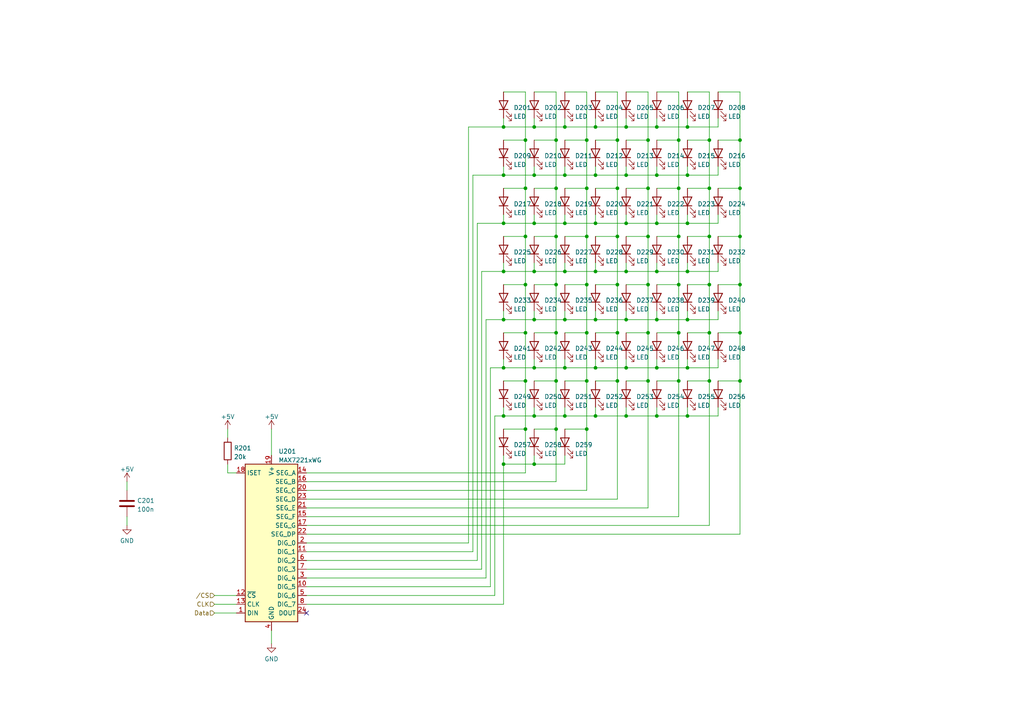
<source format=kicad_sch>
(kicad_sch (version 20211123) (generator eeschema)
  (paper "A4")
  (lib_symbols
    (symbol "Device:C" (pin_numbers hide) (pin_names (offset 0.254))
      (property "Reference" "C" (at 0.635 2.54 0))
      (property "Value" "C" (at 0.635 -2.54 0))
      (symbol "C_0_1"
        (polyline (pts (xy -2.032 -0.762) (xy 2.032 -0.762)) (stroke (width 0.508)))
        (polyline (pts (xy -2.032 0.762) (xy 2.032 0.762)) (stroke (width 0.508)))
      )
      (symbol "C_1_1"
        (pin passive line (at 0 3.81 270) (length 2.794) (name "~") (number "1"))
        (pin passive line (at 0 -3.81 90) (length 2.794) (name "~") (number "2"))
      )
    )
    (symbol "Device:LED" (pin_numbers hide) (pin_names (offset 1.016) hide)
      (property "Reference" "D" (at 0 2.54 0))
      (property "Value" "LED" (at 0 -2.54 0))
      (symbol "LED_0_1"
        (polyline (pts (xy -1.27 -1.27) (xy -1.27 1.27)) (stroke (width 0.254)))
        (polyline (pts (xy -1.27 0) (xy 1.27 0)))
        (polyline (pts (xy 1.27 -1.27) (xy 1.27 1.27) (xy -1.27 0) (xy 1.27 -1.27)) (stroke (width 0.254)))
        (polyline (pts (xy -3.048 -0.762) (xy -4.572 -2.286) (xy -3.81 -2.286) (xy -4.572 -2.286) (xy -4.572 -1.524)))
        (polyline (pts (xy -1.778 -0.762) (xy -3.302 -2.286) (xy -2.54 -2.286) (xy -3.302 -2.286) (xy -3.302 -1.524)))
      )
      (symbol "LED_1_1"
        (pin passive line (at -3.81 0 0) (length 2.54) (name "K") (number "1"))
        (pin passive line (at 3.81 0 180) (length 2.54) (name "A") (number "2"))
      )
    )
    (symbol "Device:R" (pin_numbers hide) (pin_names (offset 0))
      (property "Reference" "R" (at 2.032 0 90))
      (property "Value" "R" (at 0 0 90))
      (symbol "R_0_1"
        (rectangle (start -1.016 -2.54) (end 1.016 2.54) (stroke (width 0.254)))
      )
      (symbol "R_1_1"
        (pin passive line (at 0 3.81 270) (length 1.27) (name "~") (number "1"))
        (pin passive line (at 0 -3.81 90) (length 1.27) (name "~") (number "2"))
      )
    )
    (symbol "Driver_LED:MAX7221xWG"
      (property "Reference" "U" (at -6.35 24.13 0))
      (property "Value" "MAX7221xWG" (at 1.27 25.4 0))
      (symbol "MAX7221xWG_0_1"
        (rectangle (start -7.62 22.86) (end 7.62 -22.86) (stroke (width 0.254)) (fill (type background)))
      )
      (symbol "MAX7221xWG_1_1"
        (pin input line (at -10.16 -20.32 0) (length 2.54) (name "DIN") (number "1"))
        (pin open_collector line (at 10.16 -12.7 180) (length 2.54) (name "DIG_5") (number "10"))
        (pin open_collector line (at 10.16 -2.54 180) (length 2.54) (name "DIG_1") (number "11"))
        (pin input line (at -10.16 -15.24 0) (length 2.54) (name "~{CS}") (number "12"))
        (pin input line (at -10.16 -17.78 0) (length 2.54) (name "CLK") (number "13"))
        (pin open_emitter line (at 10.16 20.32 180) (length 2.54) (name "SEG_A") (number "14"))
        (pin open_emitter line (at 10.16 7.62 180) (length 2.54) (name "SEG_F") (number "15"))
        (pin open_emitter line (at 10.16 17.78 180) (length 2.54) (name "SEG_B") (number "16"))
        (pin open_emitter line (at 10.16 5.08 180) (length 2.54) (name "SEG_G") (number "17"))
        (pin input line (at -10.16 20.32 0) (length 2.54) (name "ISET") (number "18"))
        (pin power_in line (at 0 25.4 270) (length 2.54) (name "V+") (number "19"))
        (pin open_collector line (at 10.16 0 180) (length 2.54) (name "DIG_0") (number "2"))
        (pin open_emitter line (at 10.16 15.24 180) (length 2.54) (name "SEG_C") (number "20"))
        (pin open_emitter line (at 10.16 10.16 180) (length 2.54) (name "SEG_E") (number "21"))
        (pin open_emitter line (at 10.16 2.54 180) (length 2.54) (name "SEG_DP") (number "22"))
        (pin open_emitter line (at 10.16 12.7 180) (length 2.54) (name "SEG_D") (number "23"))
        (pin output line (at 10.16 -20.32 180) (length 2.54) (name "DOUT") (number "24"))
        (pin open_collector line (at 10.16 -10.16 180) (length 2.54) (name "DIG_4") (number "3"))
        (pin power_in line (at 0 -25.4 90) (length 2.54) (name "GND") (number "4"))
        (pin open_collector line (at 10.16 -15.24 180) (length 2.54) (name "DIG_6") (number "5"))
        (pin open_collector line (at 10.16 -5.08 180) (length 2.54) (name "DIG_2") (number "6"))
        (pin open_collector line (at 10.16 -7.62 180) (length 2.54) (name "DIG_3") (number "7"))
        (pin open_collector line (at 10.16 -17.78 180) (length 2.54) (name "DIG_7") (number "8"))
        (pin passive line (at 0 -25.4 90) (length 2.54) hide (name "GND") (number "9"))
      )
    )
    (symbol "power:+5V" (power) (pin_names (offset 0))
      (property "Value" "+5V" (at 0 3.556 0))
      (symbol "+5V_0_1"
        (polyline (pts (xy -0.762 1.27) (xy 0 2.54)))
        (polyline (pts (xy 0 0) (xy 0 2.54)))
        (polyline (pts (xy 0 2.54) (xy 0.762 1.27)))
      )
      (symbol "+5V_1_1"
        (pin power_in line (at 0 0 90) (length 0) hide (name "+5V") (number "1"))
      )
    )
    (symbol "power:GND" (power) (pin_names (offset 0))
      (property "Value" "GND" (at 0 -3.81 0))
      (symbol "GND_0_1"
        (polyline (pts (xy 0 0) (xy 0 -1.27) (xy 1.27 -1.27) (xy 0 -2.54) (xy -1.27 -1.27) (xy 0 -1.27)))
      )
      (symbol "GND_1_1"
        (pin power_in line (at 0 0 270) (length 0) hide (name "GND") (number "1"))
      )
    )
  )
  (junction (at 214.63 54.61))
  (junction (at 205.74 68.58))
  (junction (at 172.72 36.83))
  (junction (at 199.39 36.83))
  (junction (at 154.94 64.77))
  (junction (at 199.39 78.74))
  (junction (at 170.18 40.64))
  (junction (at 170.18 110.49))
  (junction (at 154.94 92.71))
  (junction (at 179.07 40.64))
  (junction (at 163.83 106.68))
  (junction (at 179.07 96.52))
  (junction (at 205.74 96.52))
  (junction (at 190.5 36.83))
  (junction (at 214.63 110.49))
  (junction (at 146.05 120.65))
  (junction (at 152.4 40.64))
  (junction (at 161.29 68.58))
  (junction (at 161.29 110.49))
  (junction (at 187.96 110.49))
  (junction (at 187.96 54.61))
  (junction (at 170.18 68.58))
  (junction (at 154.94 134.62))
  (junction (at 161.29 54.61))
  (junction (at 154.94 36.83))
  (junction (at 163.83 36.83))
  (junction (at 152.4 68.58))
  (junction (at 146.05 134.62))
  (junction (at 146.05 64.77))
  (junction (at 163.83 120.65))
  (junction (at 163.83 78.74))
  (junction (at 214.63 96.52))
  (junction (at 196.85 54.61))
  (junction (at 163.83 50.8))
  (junction (at 199.39 64.77))
  (junction (at 199.39 106.68))
  (junction (at 152.4 96.52))
  (junction (at 154.94 106.68))
  (junction (at 154.94 120.65))
  (junction (at 187.96 82.55))
  (junction (at 146.05 106.68))
  (junction (at 190.5 106.68))
  (junction (at 190.5 50.8))
  (junction (at 196.85 96.52))
  (junction (at 199.39 92.71))
  (junction (at 163.83 64.77))
  (junction (at 161.29 96.52))
  (junction (at 170.18 124.46))
  (junction (at 190.5 64.77))
  (junction (at 214.63 40.64))
  (junction (at 190.5 92.71))
  (junction (at 187.96 96.52))
  (junction (at 196.85 82.55))
  (junction (at 172.72 92.71))
  (junction (at 161.29 82.55))
  (junction (at 146.05 36.83))
  (junction (at 181.61 36.83))
  (junction (at 190.5 78.74))
  (junction (at 181.61 64.77))
  (junction (at 205.74 82.55))
  (junction (at 214.63 68.58))
  (junction (at 181.61 120.65))
  (junction (at 187.96 68.58))
  (junction (at 179.07 54.61))
  (junction (at 172.72 106.68))
  (junction (at 161.29 124.46))
  (junction (at 179.07 82.55))
  (junction (at 199.39 120.65))
  (junction (at 154.94 78.74))
  (junction (at 154.94 50.8))
  (junction (at 170.18 54.61))
  (junction (at 172.72 120.65))
  (junction (at 179.07 68.58))
  (junction (at 181.61 106.68))
  (junction (at 187.96 40.64))
  (junction (at 179.07 110.49))
  (junction (at 196.85 68.58))
  (junction (at 214.63 82.55))
  (junction (at 170.18 82.55))
  (junction (at 205.74 54.61))
  (junction (at 146.05 92.71))
  (junction (at 190.5 120.65))
  (junction (at 170.18 96.52))
  (junction (at 172.72 64.77))
  (junction (at 205.74 110.49))
  (junction (at 152.4 82.55))
  (junction (at 199.39 50.8))
  (junction (at 163.83 92.71))
  (junction (at 196.85 110.49))
  (junction (at 205.74 40.64))
  (junction (at 172.72 50.8))
  (junction (at 161.29 40.64))
  (junction (at 146.05 78.74))
  (junction (at 146.05 50.8))
  (junction (at 172.72 78.74))
  (junction (at 196.85 40.64))
  (junction (at 181.61 50.8))
  (junction (at 181.61 78.74))
  (junction (at 152.4 54.61))
  (junction (at 181.61 92.71))
  (junction (at 152.4 124.46))
  (junction (at 152.4 110.49))
  (no_connect (at 88.9 177.8))
  (wire (pts (xy 190.5 96.52) (xy 196.85 96.52)))
  (wire (pts (xy 135.89 157.48) (xy 135.89 36.83)))
  (wire (pts (xy 199.39 62.23) (xy 199.39 64.77)))
  (wire (pts (xy 163.83 34.29) (xy 163.83 36.83)))
  (wire (pts (xy 190.5 120.65) (xy 199.39 120.65)))
  (wire (pts (xy 88.9 152.4) (xy 205.74 152.4)))
  (wire (pts (xy 181.61 34.29) (xy 181.61 36.83)))
  (wire (pts (xy 187.96 68.58) (xy 187.96 54.61)))
  (wire (pts (xy 78.74 124.46) (xy 78.74 132.08)))
  (wire (pts (xy 190.5 62.23) (xy 190.5 64.77)))
  (wire (pts (xy 163.83 106.68) (xy 172.72 106.68)))
  (wire (pts (xy 181.61 64.77) (xy 190.5 64.77)))
  (wire (pts (xy 190.5 90.17) (xy 190.5 92.71)))
  (wire (pts (xy 181.61 110.49) (xy 187.96 110.49)))
  (wire (pts (xy 140.97 167.64) (xy 140.97 92.71)))
  (wire (pts (xy 152.4 54.61) (xy 152.4 68.58)))
  (wire (pts (xy 152.4 40.64) (xy 152.4 54.61)))
  (wire (pts (xy 190.5 104.14) (xy 190.5 106.68)))
  (wire (pts (xy 62.23 177.8) (xy 68.58 177.8)))
  (wire (pts (xy 139.7 165.1) (xy 139.7 78.74)))
  (wire (pts (xy 66.04 137.16) (xy 68.58 137.16)))
  (wire (pts (xy 146.05 92.71) (xy 154.94 92.71)))
  (wire (pts (xy 163.83 78.74) (xy 172.72 78.74)))
  (wire (pts (xy 154.94 78.74) (xy 163.83 78.74)))
  (wire (pts (xy 163.83 96.52) (xy 170.18 96.52)))
  (wire (pts (xy 172.72 104.14) (xy 172.72 106.68)))
  (wire (pts (xy 146.05 78.74) (xy 154.94 78.74)))
  (wire (pts (xy 154.94 110.49) (xy 161.29 110.49)))
  (wire (pts (xy 172.72 90.17) (xy 172.72 92.71)))
  (wire (pts (xy 161.29 124.46) (xy 161.29 110.49)))
  (wire (pts (xy 172.72 40.64) (xy 179.07 40.64)))
  (wire (pts (xy 161.29 54.61) (xy 161.29 40.64)))
  (wire (pts (xy 190.5 64.77) (xy 199.39 64.77)))
  (wire (pts (xy 179.07 96.52) (xy 179.07 82.55)))
  (wire (pts (xy 179.07 54.61) (xy 179.07 40.64)))
  (wire (pts (xy 214.63 26.67) (xy 208.28 26.67)))
  (wire (pts (xy 214.63 110.49) (xy 214.63 96.52)))
  (wire (pts (xy 36.83 149.86) (xy 36.83 152.4)))
  (wire (pts (xy 196.85 26.67) (xy 190.5 26.67)))
  (wire (pts (xy 152.4 96.52) (xy 152.4 110.49)))
  (wire (pts (xy 170.18 96.52) (xy 170.18 82.55)))
  (wire (pts (xy 154.94 54.61) (xy 161.29 54.61)))
  (wire (pts (xy 208.28 50.8) (xy 208.28 48.26)))
  (wire (pts (xy 88.9 147.32) (xy 187.96 147.32)))
  (wire (pts (xy 172.72 78.74) (xy 181.61 78.74)))
  (wire (pts (xy 163.83 54.61) (xy 170.18 54.61)))
  (wire (pts (xy 163.83 40.64) (xy 170.18 40.64)))
  (wire (pts (xy 163.83 124.46) (xy 170.18 124.46)))
  (wire (pts (xy 172.72 92.71) (xy 181.61 92.71)))
  (wire (pts (xy 214.63 68.58) (xy 214.63 54.61)))
  (wire (pts (xy 163.83 92.71) (xy 172.72 92.71)))
  (wire (pts (xy 170.18 26.67) (xy 163.83 26.67)))
  (wire (pts (xy 146.05 104.14) (xy 146.05 106.68)))
  (wire (pts (xy 135.89 36.83) (xy 146.05 36.83)))
  (wire (pts (xy 199.39 34.29) (xy 199.39 36.83)))
  (wire (pts (xy 190.5 34.29) (xy 190.5 36.83)))
  (wire (pts (xy 88.9 157.48) (xy 135.89 157.48)))
  (wire (pts (xy 214.63 54.61) (xy 214.63 40.64)))
  (wire (pts (xy 154.94 106.68) (xy 163.83 106.68)))
  (wire (pts (xy 181.61 78.74) (xy 190.5 78.74)))
  (wire (pts (xy 146.05 124.46) (xy 152.4 124.46)))
  (wire (pts (xy 199.39 118.11) (xy 199.39 120.65)))
  (wire (pts (xy 154.94 82.55) (xy 161.29 82.55)))
  (wire (pts (xy 146.05 36.83) (xy 154.94 36.83)))
  (wire (pts (xy 146.05 64.77) (xy 154.94 64.77)))
  (wire (pts (xy 196.85 82.55) (xy 196.85 68.58)))
  (wire (pts (xy 196.85 110.49) (xy 196.85 96.52)))
  (wire (pts (xy 190.5 68.58) (xy 196.85 68.58)))
  (wire (pts (xy 205.74 54.61) (xy 205.74 40.64)))
  (wire (pts (xy 163.83 64.77) (xy 172.72 64.77)))
  (wire (pts (xy 172.72 118.11) (xy 172.72 120.65)))
  (wire (pts (xy 154.94 36.83) (xy 163.83 36.83)))
  (wire (pts (xy 146.05 50.8) (xy 154.94 50.8)))
  (wire (pts (xy 172.72 36.83) (xy 181.61 36.83)))
  (wire (pts (xy 146.05 62.23) (xy 146.05 64.77)))
  (wire (pts (xy 138.43 64.77) (xy 146.05 64.77)))
  (wire (pts (xy 146.05 110.49) (xy 152.4 110.49)))
  (wire (pts (xy 88.9 175.26) (xy 146.05 175.26)))
  (wire (pts (xy 196.85 68.58) (xy 196.85 54.61)))
  (wire (pts (xy 163.83 68.58) (xy 170.18 68.58)))
  (wire (pts (xy 181.61 54.61) (xy 187.96 54.61)))
  (wire (pts (xy 154.94 76.2) (xy 154.94 78.74)))
  (wire (pts (xy 154.94 64.77) (xy 163.83 64.77)))
  (wire (pts (xy 172.72 76.2) (xy 172.72 78.74)))
  (wire (pts (xy 142.24 170.18) (xy 142.24 106.68)))
  (wire (pts (xy 88.9 170.18) (xy 142.24 170.18)))
  (wire (pts (xy 181.61 90.17) (xy 181.61 92.71)))
  (wire (pts (xy 190.5 76.2) (xy 190.5 78.74)))
  (wire (pts (xy 146.05 82.55) (xy 152.4 82.55)))
  (wire (pts (xy 172.72 54.61) (xy 179.07 54.61)))
  (wire (pts (xy 152.4 124.46) (xy 152.4 137.16)))
  (wire (pts (xy 62.23 172.72) (xy 68.58 172.72)))
  (wire (pts (xy 181.61 36.83) (xy 190.5 36.83)))
  (wire (pts (xy 208.28 110.49) (xy 214.63 110.49)))
  (wire (pts (xy 172.72 48.26) (xy 172.72 50.8)))
  (wire (pts (xy 154.94 68.58) (xy 161.29 68.58)))
  (wire (pts (xy 199.39 82.55) (xy 205.74 82.55)))
  (wire (pts (xy 163.83 104.14) (xy 163.83 106.68)))
  (wire (pts (xy 146.05 34.29) (xy 146.05 36.83)))
  (wire (pts (xy 172.72 110.49) (xy 179.07 110.49)))
  (wire (pts (xy 199.39 68.58) (xy 205.74 68.58)))
  (wire (pts (xy 199.39 64.77) (xy 208.28 64.77)))
  (wire (pts (xy 152.4 82.55) (xy 152.4 96.52)))
  (wire (pts (xy 181.61 96.52) (xy 187.96 96.52)))
  (wire (pts (xy 152.4 110.49) (xy 152.4 124.46)))
  (wire (pts (xy 187.96 96.52) (xy 187.96 82.55)))
  (wire (pts (xy 146.05 106.68) (xy 154.94 106.68)))
  (wire (pts (xy 170.18 110.49) (xy 170.18 96.52)))
  (wire (pts (xy 214.63 40.64) (xy 214.63 26.67)))
  (wire (pts (xy 88.9 165.1) (xy 139.7 165.1)))
  (wire (pts (xy 214.63 154.94) (xy 214.63 110.49)))
  (wire (pts (xy 172.72 62.23) (xy 172.72 64.77)))
  (wire (pts (xy 179.07 26.67) (xy 172.72 26.67)))
  (wire (pts (xy 154.94 134.62) (xy 163.83 134.62)))
  (wire (pts (xy 181.61 118.11) (xy 181.61 120.65)))
  (wire (pts (xy 179.07 110.49) (xy 179.07 96.52)))
  (wire (pts (xy 88.9 137.16) (xy 152.4 137.16)))
  (wire (pts (xy 154.94 96.52) (xy 161.29 96.52)))
  (wire (pts (xy 154.94 120.65) (xy 163.83 120.65)))
  (wire (pts (xy 172.72 64.77) (xy 181.61 64.77)))
  (wire (pts (xy 143.51 172.72) (xy 143.51 120.65)))
  (wire (pts (xy 199.39 78.74) (xy 208.28 78.74)))
  (wire (pts (xy 154.94 104.14) (xy 154.94 106.68)))
  (wire (pts (xy 138.43 162.56) (xy 138.43 64.77)))
  (wire (pts (xy 208.28 96.52) (xy 214.63 96.52)))
  (wire (pts (xy 190.5 106.68) (xy 199.39 106.68)))
  (wire (pts (xy 205.74 68.58) (xy 205.74 54.61)))
  (wire (pts (xy 190.5 36.83) (xy 199.39 36.83)))
  (wire (pts (xy 62.23 175.26) (xy 68.58 175.26)))
  (wire (pts (xy 187.96 26.67) (xy 181.61 26.67)))
  (wire (pts (xy 179.07 144.78) (xy 179.07 110.49)))
  (wire (pts (xy 146.05 68.58) (xy 152.4 68.58)))
  (wire (pts (xy 154.94 90.17) (xy 154.94 92.71)))
  (wire (pts (xy 140.97 92.71) (xy 146.05 92.71)))
  (wire (pts (xy 78.74 182.88) (xy 78.74 186.69)))
  (wire (pts (xy 199.39 48.26) (xy 199.39 50.8)))
  (wire (pts (xy 196.85 96.52) (xy 196.85 82.55)))
  (wire (pts (xy 190.5 92.71) (xy 199.39 92.71)))
  (wire (pts (xy 196.85 40.64) (xy 196.85 26.67)))
  (wire (pts (xy 88.9 149.86) (xy 196.85 149.86)))
  (wire (pts (xy 163.83 76.2) (xy 163.83 78.74)))
  (wire (pts (xy 152.4 26.67) (xy 146.05 26.67)))
  (wire (pts (xy 161.29 40.64) (xy 161.29 26.67)))
  (wire (pts (xy 161.29 68.58) (xy 161.29 54.61)))
  (wire (pts (xy 163.83 62.23) (xy 163.83 64.77)))
  (wire (pts (xy 170.18 40.64) (xy 170.18 26.67)))
  (wire (pts (xy 172.72 120.65) (xy 181.61 120.65)))
  (wire (pts (xy 199.39 54.61) (xy 205.74 54.61)))
  (wire (pts (xy 163.83 120.65) (xy 172.72 120.65)))
  (wire (pts (xy 146.05 54.61) (xy 152.4 54.61)))
  (wire (pts (xy 205.74 40.64) (xy 205.74 26.67)))
  (wire (pts (xy 214.63 82.55) (xy 214.63 68.58)))
  (wire (pts (xy 154.94 48.26) (xy 154.94 50.8)))
  (wire (pts (xy 154.94 40.64) (xy 161.29 40.64)))
  (wire (pts (xy 199.39 76.2) (xy 199.39 78.74)))
  (wire (pts (xy 190.5 48.26) (xy 190.5 50.8)))
  (wire (pts (xy 88.9 154.94) (xy 214.63 154.94)))
  (wire (pts (xy 146.05 132.08) (xy 146.05 134.62)))
  (wire (pts (xy 146.05 48.26) (xy 146.05 50.8)))
  (wire (pts (xy 187.96 40.64) (xy 187.96 26.67)))
  (wire (pts (xy 161.29 82.55) (xy 161.29 68.58)))
  (wire (pts (xy 88.9 160.02) (xy 137.16 160.02)))
  (wire (pts (xy 190.5 118.11) (xy 190.5 120.65)))
  (wire (pts (xy 205.74 82.55) (xy 205.74 68.58)))
  (wire (pts (xy 143.51 120.65) (xy 146.05 120.65)))
  (wire (pts (xy 146.05 175.26) (xy 146.05 134.62)))
  (wire (pts (xy 88.9 142.24) (xy 170.18 142.24)))
  (wire (pts (xy 172.72 68.58) (xy 179.07 68.58)))
  (wire (pts (xy 205.74 152.4) (xy 205.74 110.49)))
  (wire (pts (xy 146.05 118.11) (xy 146.05 120.65)))
  (wire (pts (xy 208.28 54.61) (xy 214.63 54.61)))
  (wire (pts (xy 181.61 48.26) (xy 181.61 50.8)))
  (wire (pts (xy 196.85 149.86) (xy 196.85 110.49)))
  (wire (pts (xy 163.83 118.11) (xy 163.83 120.65)))
  (wire (pts (xy 170.18 54.61) (xy 170.18 40.64)))
  (wire (pts (xy 146.05 96.52) (xy 152.4 96.52)))
  (wire (pts (xy 187.96 147.32) (xy 187.96 110.49)))
  (wire (pts (xy 170.18 142.24) (xy 170.18 124.46)))
  (wire (pts (xy 170.18 68.58) (xy 170.18 54.61)))
  (wire (pts (xy 152.4 40.64) (xy 152.4 26.67)))
  (wire (pts (xy 187.96 110.49) (xy 187.96 96.52)))
  (wire (pts (xy 205.74 110.49) (xy 205.74 96.52)))
  (wire (pts (xy 205.74 26.67) (xy 199.39 26.67)))
  (wire (pts (xy 139.7 78.74) (xy 146.05 78.74)))
  (wire (pts (xy 187.96 82.55) (xy 187.96 68.58)))
  (wire (pts (xy 190.5 82.55) (xy 196.85 82.55)))
  (wire (pts (xy 36.83 139.7) (xy 36.83 142.24)))
  (wire (pts (xy 172.72 82.55) (xy 179.07 82.55)))
  (wire (pts (xy 161.29 139.7) (xy 161.29 124.46)))
  (wire (pts (xy 146.05 76.2) (xy 146.05 78.74)))
  (wire (pts (xy 137.16 50.8) (xy 146.05 50.8)))
  (wire (pts (xy 214.63 96.52) (xy 214.63 82.55)))
  (wire (pts (xy 179.07 82.55) (xy 179.07 68.58)))
  (wire (pts (xy 170.18 124.46) (xy 170.18 110.49)))
  (wire (pts (xy 181.61 62.23) (xy 181.61 64.77)))
  (wire (pts (xy 187.96 54.61) (xy 187.96 40.64)))
  (wire (pts (xy 146.05 120.65) (xy 154.94 120.65)))
  (wire (pts (xy 154.94 124.46) (xy 161.29 124.46)))
  (wire (pts (xy 154.94 62.23) (xy 154.94 64.77)))
  (wire (pts (xy 199.39 120.65) (xy 208.28 120.65)))
  (wire (pts (xy 172.72 106.68) (xy 181.61 106.68)))
  (wire (pts (xy 208.28 120.65) (xy 208.28 118.11)))
  (wire (pts (xy 161.29 26.67) (xy 154.94 26.67)))
  (wire (pts (xy 88.9 144.78) (xy 179.07 144.78)))
  (wire (pts (xy 181.61 40.64) (xy 187.96 40.64)))
  (wire (pts (xy 199.39 96.52) (xy 205.74 96.52)))
  (wire (pts (xy 137.16 160.02) (xy 137.16 50.8)))
  (wire (pts (xy 199.39 50.8) (xy 208.28 50.8)))
  (wire (pts (xy 199.39 104.14) (xy 199.39 106.68)))
  (wire (pts (xy 190.5 78.74) (xy 199.39 78.74)))
  (wire (pts (xy 199.39 90.17) (xy 199.39 92.71)))
  (wire (pts (xy 146.05 40.64) (xy 152.4 40.64)))
  (wire (pts (xy 142.24 106.68) (xy 146.05 106.68)))
  (wire (pts (xy 199.39 110.49) (xy 205.74 110.49)))
  (wire (pts (xy 161.29 96.52) (xy 161.29 82.55)))
  (wire (pts (xy 88.9 172.72) (xy 143.51 172.72)))
  (wire (pts (xy 66.04 124.46) (xy 66.04 127)))
  (wire (pts (xy 208.28 82.55) (xy 214.63 82.55)))
  (wire (pts (xy 190.5 54.61) (xy 196.85 54.61)))
  (wire (pts (xy 161.29 110.49) (xy 161.29 96.52)))
  (wire (pts (xy 154.94 92.71) (xy 163.83 92.71)))
  (wire (pts (xy 208.28 68.58) (xy 214.63 68.58)))
  (wire (pts (xy 181.61 106.68) (xy 190.5 106.68)))
  (wire (pts (xy 181.61 50.8) (xy 190.5 50.8)))
  (wire (pts (xy 146.05 90.17) (xy 146.05 92.71)))
  (wire (pts (xy 163.83 48.26) (xy 163.83 50.8)))
  (wire (pts (xy 163.83 110.49) (xy 170.18 110.49)))
  (wire (pts (xy 208.28 78.74) (xy 208.28 76.2)))
  (wire (pts (xy 196.85 54.61) (xy 196.85 40.64)))
  (wire (pts (xy 146.05 134.62) (xy 154.94 134.62)))
  (wire (pts (xy 154.94 132.08) (xy 154.94 134.62)))
  (wire (pts (xy 205.74 96.52) (xy 205.74 82.55)))
  (wire (pts (xy 179.07 40.64) (xy 179.07 26.67)))
  (wire (pts (xy 181.61 92.71) (xy 190.5 92.71)))
  (wire (pts (xy 88.9 162.56) (xy 138.43 162.56)))
  (wire (pts (xy 170.18 82.55) (xy 170.18 68.58)))
  (wire (pts (xy 181.61 120.65) (xy 190.5 120.65)))
  (wire (pts (xy 152.4 68.58) (xy 152.4 82.55)))
  (wire (pts (xy 208.28 64.77) (xy 208.28 62.23)))
  (wire (pts (xy 163.83 36.83) (xy 172.72 36.83)))
  (wire (pts (xy 190.5 50.8) (xy 199.39 50.8)))
  (wire (pts (xy 208.28 92.71) (xy 208.28 90.17)))
  (wire (pts (xy 181.61 104.14) (xy 181.61 106.68)))
  (wire (pts (xy 181.61 82.55) (xy 187.96 82.55)))
  (wire (pts (xy 199.39 36.83) (xy 208.28 36.83)))
  (wire (pts (xy 66.04 134.62) (xy 66.04 137.16)))
  (wire (pts (xy 88.9 139.7) (xy 161.29 139.7)))
  (wire (pts (xy 154.94 34.29) (xy 154.94 36.83)))
  (wire (pts (xy 163.83 134.62) (xy 163.83 132.08)))
  (wire (pts (xy 190.5 110.49) (xy 196.85 110.49)))
  (wire (pts (xy 172.72 96.52) (xy 179.07 96.52)))
  (wire (pts (xy 154.94 50.8) (xy 163.83 50.8)))
  (wire (pts (xy 181.61 68.58) (xy 187.96 68.58)))
  (wire (pts (xy 190.5 40.64) (xy 196.85 40.64)))
  (wire (pts (xy 172.72 50.8) (xy 181.61 50.8)))
  (wire (pts (xy 199.39 106.68) (xy 208.28 106.68)))
  (wire (pts (xy 181.61 76.2) (xy 181.61 78.74)))
  (wire (pts (xy 154.94 118.11) (xy 154.94 120.65)))
  (wire (pts (xy 163.83 50.8) (xy 172.72 50.8)))
  (wire (pts (xy 208.28 106.68) (xy 208.28 104.14)))
  (wire (pts (xy 199.39 92.71) (xy 208.28 92.71)))
  (wire (pts (xy 179.07 68.58) (xy 179.07 54.61)))
  (wire (pts (xy 172.72 34.29) (xy 172.72 36.83)))
  (wire (pts (xy 208.28 36.83) (xy 208.28 34.29)))
  (wire (pts (xy 88.9 167.64) (xy 140.97 167.64)))
  (wire (pts (xy 163.83 90.17) (xy 163.83 92.71)))
  (wire (pts (xy 208.28 40.64) (xy 214.63 40.64)))
  (wire (pts (xy 199.39 40.64) (xy 205.74 40.64)))
  (wire (pts (xy 163.83 82.55) (xy 170.18 82.55)))
  (hierarchical_label "{slash}CS" (shape input) (at 62.23 172.72 180))
  (hierarchical_label "Data" (shape input) (at 62.23 177.8 180))
  (hierarchical_label "CLK" (shape input) (at 62.23 175.26 180))
  (symbol (lib_id "power:+5V") (at 36.83 139.7 0) (unit 1)
    (property "Reference" "#PWR0203" (effects hide))
    (property "Value" "+5V" (at 36.83 136.1242 0))
  )
  (symbol (lib_id "Device:LED") (at 163.83 30.48 90) (unit 1)
    (property "Reference" "D203" (at 166.751 31.2328 90) (effects (justify right)))
    (property "Value" "LED" (at 166.751 33.7697 90) (effects (justify right)))
    (property "Footprint" "LED_SMD:LED_0603_1608Metric" (effects hide))
  )
  (symbol (lib_id "Device:LED") (at 163.83 114.3 90) (unit 1)
    (property "Reference" "D251" (at 166.751 115.0528 90) (effects (justify right)))
    (property "Value" "LED" (at 166.751 117.5897 90) (effects (justify right)))
    (property "Footprint" "LED_SMD:LED_0603_1608Metric" (effects hide))
  )
  (symbol (lib_id "Device:LED") (at 181.61 58.42 90) (unit 1)
    (property "Reference" "D221" (at 184.531 59.1728 90) (effects (justify right)))
    (property "Value" "LED" (at 184.531 61.7097 90) (effects (justify right)))
    (property "Footprint" "LED_SMD:LED_0603_1608Metric" (effects hide))
  )
  (symbol (lib_id "Device:LED") (at 154.94 100.33 90) (unit 1)
    (property "Reference" "D242" (at 157.861 101.0828 90) (effects (justify right)))
    (property "Value" "LED" (at 157.861 103.6197 90) (effects (justify right)))
    (property "Footprint" "LED_SMD:LED_0603_1608Metric" (effects hide))
  )
  (symbol (lib_id "Driver_LED:MAX7221xWG") (at 78.74 157.48 0) (unit 1)
    (property "Reference" "U201" (at 80.7594 130.9202 0) (effects (justify left)))
    (property "Value" "MAX7221xWG" (at 80.7594 133.4571 0) (effects (justify left)))
    (property "Footprint" "Package_SO:SOIC-24W_7.5x15.4mm_P1.27mm" (effects hide))
    (property "Datasheet" "https://datasheets.maximintegrated.com/en/ds/MAX7219-MAX7221.pdf" (effects hide))
  )
  (symbol (lib_id "Device:LED") (at 181.61 114.3 90) (unit 1)
    (property "Reference" "D253" (at 184.531 115.0528 90) (effects (justify right)))
    (property "Value" "LED" (at 184.531 117.5897 90) (effects (justify right)))
    (property "Footprint" "LED_SMD:LED_0603_1608Metric" (effects hide))
  )
  (symbol (lib_id "Device:LED") (at 163.83 100.33 90) (unit 1)
    (property "Reference" "D243" (at 166.751 101.0828 90) (effects (justify right)))
    (property "Value" "LED" (at 166.751 103.6197 90) (effects (justify right)))
    (property "Footprint" "LED_SMD:LED_0603_1608Metric" (effects hide))
  )
  (symbol (lib_id "Device:LED") (at 146.05 72.39 90) (unit 1)
    (property "Reference" "D225" (at 148.971 73.1428 90) (effects (justify right)))
    (property "Value" "LED" (at 148.971 75.6797 90) (effects (justify right)))
    (property "Footprint" "LED_SMD:LED_0603_1608Metric" (effects hide))
  )
  (symbol (lib_id "Device:LED") (at 208.28 72.39 90) (unit 1)
    (property "Reference" "D232" (at 211.201 73.1428 90) (effects (justify right)))
    (property "Value" "LED" (at 211.201 75.6797 90) (effects (justify right)))
    (property "Footprint" "LED_SMD:LED_0603_1608Metric" (effects hide))
  )
  (symbol (lib_id "Device:LED") (at 154.94 44.45 90) (unit 1)
    (property "Reference" "D210" (at 157.861 45.2028 90) (effects (justify right)))
    (property "Value" "LED" (at 157.861 47.7397 90) (effects (justify right)))
    (property "Footprint" "LED_SMD:LED_0603_1608Metric" (effects hide))
  )
  (symbol (lib_id "power:GND") (at 78.74 186.69 0) (unit 1)
    (property "Reference" "#PWR0205" (effects hide))
    (property "Value" "GND" (at 78.74 191.1334 0))
  )
  (symbol (lib_id "Device:LED") (at 190.5 44.45 90) (unit 1)
    (property "Reference" "D214" (at 193.421 45.2028 90) (effects (justify right)))
    (property "Value" "LED" (at 193.421 47.7397 90) (effects (justify right)))
    (property "Footprint" "LED_SMD:LED_0603_1608Metric" (effects hide))
  )
  (symbol (lib_id "Device:LED") (at 208.28 44.45 90) (unit 1)
    (property "Reference" "D216" (at 211.201 45.2028 90) (effects (justify right)))
    (property "Value" "LED" (at 211.201 47.7397 90) (effects (justify right)))
    (property "Footprint" "LED_SMD:LED_0603_1608Metric" (effects hide))
  )
  (symbol (lib_id "Device:LED") (at 146.05 58.42 90) (unit 1)
    (property "Reference" "D217" (at 148.971 59.1728 90) (effects (justify right)))
    (property "Value" "LED" (at 148.971 61.7097 90) (effects (justify right)))
    (property "Footprint" "LED_SMD:LED_0603_1608Metric" (effects hide))
  )
  (symbol (lib_id "Device:LED") (at 172.72 44.45 90) (unit 1)
    (property "Reference" "D212" (at 175.641 45.2028 90) (effects (justify right)))
    (property "Value" "LED" (at 175.641 47.7397 90) (effects (justify right)))
    (property "Footprint" "LED_SMD:LED_0603_1608Metric" (effects hide))
  )
  (symbol (lib_id "Device:LED") (at 172.72 86.36 90) (unit 1)
    (property "Reference" "D236" (at 175.641 87.1128 90) (effects (justify right)))
    (property "Value" "LED" (at 175.641 89.6497 90) (effects (justify right)))
    (property "Footprint" "LED_SMD:LED_0603_1608Metric" (effects hide))
  )
  (symbol (lib_id "Device:LED") (at 154.94 72.39 90) (unit 1)
    (property "Reference" "D226" (at 157.861 73.1428 90) (effects (justify right)))
    (property "Value" "LED" (at 157.861 75.6797 90) (effects (justify right)))
    (property "Footprint" "LED_SMD:LED_0603_1608Metric" (effects hide))
  )
  (symbol (lib_id "Device:LED") (at 199.39 86.36 90) (unit 1)
    (property "Reference" "D239" (at 202.311 87.1128 90) (effects (justify right)))
    (property "Value" "LED" (at 202.311 89.6497 90) (effects (justify right)))
    (property "Footprint" "LED_SMD:LED_0603_1608Metric" (effects hide))
  )
  (symbol (lib_id "Device:LED") (at 190.5 86.36 90) (unit 1)
    (property "Reference" "D238" (at 193.421 87.1128 90) (effects (justify right)))
    (property "Value" "LED" (at 193.421 89.6497 90) (effects (justify right)))
    (property "Footprint" "LED_SMD:LED_0603_1608Metric" (effects hide))
  )
  (symbol (lib_id "Device:LED") (at 172.72 58.42 90) (unit 1)
    (property "Reference" "D220" (at 175.641 59.1728 90) (effects (justify right)))
    (property "Value" "LED" (at 175.641 61.7097 90) (effects (justify right)))
    (property "Footprint" "LED_SMD:LED_0603_1608Metric" (effects hide))
  )
  (symbol (lib_id "power:+5V") (at 78.74 124.46 0) (unit 1)
    (property "Reference" "#PWR0202" (effects hide))
    (property "Value" "+5V" (at 78.74 120.8842 0))
  )
  (symbol (lib_id "Device:LED") (at 199.39 58.42 90) (unit 1)
    (property "Reference" "D223" (at 202.311 59.1728 90) (effects (justify right)))
    (property "Value" "LED" (at 202.311 61.7097 90) (effects (justify right)))
    (property "Footprint" "LED_SMD:LED_0603_1608Metric" (effects hide))
  )
  (symbol (lib_id "Device:LED") (at 208.28 100.33 90) (unit 1)
    (property "Reference" "D248" (at 211.201 101.0828 90) (effects (justify right)))
    (property "Value" "LED" (at 211.201 103.6197 90) (effects (justify right)))
    (property "Footprint" "LED_SMD:LED_0603_1608Metric" (effects hide))
  )
  (symbol (lib_id "Device:LED") (at 163.83 86.36 90) (unit 1)
    (property "Reference" "D235" (at 166.751 87.1128 90) (effects (justify right)))
    (property "Value" "LED" (at 166.751 89.6497 90) (effects (justify right)))
    (property "Footprint" "LED_SMD:LED_0603_1608Metric" (effects hide))
  )
  (symbol (lib_id "Device:LED") (at 199.39 72.39 90) (unit 1)
    (property "Reference" "D231" (at 202.311 73.1428 90) (effects (justify right)))
    (property "Value" "LED" (at 202.311 75.6797 90) (effects (justify right)))
    (property "Footprint" "LED_SMD:LED_0603_1608Metric" (effects hide))
  )
  (symbol (lib_id "Device:LED") (at 208.28 86.36 90) (unit 1)
    (property "Reference" "D240" (at 211.201 87.1128 90) (effects (justify right)))
    (property "Value" "LED" (at 211.201 89.6497 90) (effects (justify right)))
    (property "Footprint" "LED_SMD:LED_0603_1608Metric" (effects hide))
  )
  (symbol (lib_id "Device:LED") (at 190.5 114.3 90) (unit 1)
    (property "Reference" "D254" (at 193.421 115.0528 90) (effects (justify right)))
    (property "Value" "LED" (at 193.421 117.5897 90) (effects (justify right)))
    (property "Footprint" "LED_SMD:LED_0603_1608Metric" (effects hide))
  )
  (symbol (lib_id "Device:LED") (at 146.05 114.3 90) (unit 1)
    (property "Reference" "D249" (at 148.971 115.0528 90) (effects (justify right)))
    (property "Value" "LED" (at 148.971 117.5897 90) (effects (justify right)))
    (property "Footprint" "LED_SMD:LED_0603_1608Metric" (effects hide))
  )
  (symbol (lib_id "Device:LED") (at 163.83 128.27 90) (unit 1)
    (property "Reference" "D259" (at 166.751 129.0228 90) (effects (justify right)))
    (property "Value" "LED" (at 166.751 131.5597 90) (effects (justify right)))
    (property "Footprint" "LED_SMD:LED_0603_1608Metric" (effects hide))
  )
  (symbol (lib_id "Device:LED") (at 181.61 72.39 90) (unit 1)
    (property "Reference" "D229" (at 184.531 73.1428 90) (effects (justify right)))
    (property "Value" "LED" (at 184.531 75.6797 90) (effects (justify right)))
    (property "Footprint" "LED_SMD:LED_0603_1608Metric" (effects hide))
  )
  (symbol (lib_id "Device:R") (at 66.04 130.81 0) (unit 1)
    (property "Reference" "R201" (at 67.818 129.9753 0) (effects (justify left)))
    (property "Value" "20k" (at 67.818 132.5122 0) (effects (justify left)))
    (property "Footprint" "Resistor_SMD:R_0805_2012Metric" (effects hide))
  )
  (symbol (lib_id "Device:LED") (at 190.5 100.33 90) (unit 1)
    (property "Reference" "D246" (at 193.421 101.0828 90) (effects (justify right)))
    (property "Value" "LED" (at 193.421 103.6197 90) (effects (justify right)))
    (property "Footprint" "LED_SMD:LED_0603_1608Metric" (effects hide))
  )
  (symbol (lib_id "Device:LED") (at 190.5 30.48 90) (unit 1)
    (property "Reference" "D206" (at 193.421 31.2328 90) (effects (justify right)))
    (property "Value" "LED" (at 193.421 33.7697 90) (effects (justify right)))
    (property "Footprint" "LED_SMD:LED_0603_1608Metric" (effects hide))
  )
  (symbol (lib_id "Device:LED") (at 208.28 30.48 90) (unit 1)
    (property "Reference" "D208" (at 211.201 31.2328 90) (effects (justify right)))
    (property "Value" "LED" (at 211.201 33.7697 90) (effects (justify right)))
    (property "Footprint" "LED_SMD:LED_0603_1608Metric" (effects hide))
  )
  (symbol (lib_id "Device:LED") (at 190.5 58.42 90) (unit 1)
    (property "Reference" "D222" (at 193.421 59.1728 90) (effects (justify right)))
    (property "Value" "LED" (at 193.421 61.7097 90) (effects (justify right)))
    (property "Footprint" "LED_SMD:LED_0603_1608Metric" (effects hide))
  )
  (symbol (lib_id "Device:LED") (at 163.83 58.42 90) (unit 1)
    (property "Reference" "D219" (at 166.751 59.1728 90) (effects (justify right)))
    (property "Value" "LED" (at 166.751 61.7097 90) (effects (justify right)))
    (property "Footprint" "LED_SMD:LED_0603_1608Metric" (effects hide))
  )
  (symbol (lib_id "Device:LED") (at 190.5 72.39 90) (unit 1)
    (property "Reference" "D230" (at 193.421 73.1428 90) (effects (justify right)))
    (property "Value" "LED" (at 193.421 75.6797 90) (effects (justify right)))
    (property "Footprint" "LED_SMD:LED_0603_1608Metric" (effects hide))
  )
  (symbol (lib_id "power:+5V") (at 66.04 124.46 0) (unit 1)
    (property "Reference" "#PWR0201" (effects hide))
    (property "Value" "+5V" (at 66.04 120.8842 0))
  )
  (symbol (lib_id "Device:LED") (at 154.94 58.42 90) (unit 1)
    (property "Reference" "D218" (at 157.861 59.1728 90) (effects (justify right)))
    (property "Value" "LED" (at 157.861 61.7097 90) (effects (justify right)))
    (property "Footprint" "LED_SMD:LED_0603_1608Metric" (effects hide))
  )
  (symbol (lib_id "Device:LED") (at 199.39 100.33 90) (unit 1)
    (property "Reference" "D247" (at 202.311 101.0828 90) (effects (justify right)))
    (property "Value" "LED" (at 202.311 103.6197 90) (effects (justify right)))
    (property "Footprint" "LED_SMD:LED_0603_1608Metric" (effects hide))
  )
  (symbol (lib_id "Device:LED") (at 181.61 100.33 90) (unit 1)
    (property "Reference" "D245" (at 184.531 101.0828 90) (effects (justify right)))
    (property "Value" "LED" (at 184.531 103.6197 90) (effects (justify right)))
    (property "Footprint" "LED_SMD:LED_0603_1608Metric" (effects hide))
  )
  (symbol (lib_id "Device:LED") (at 199.39 114.3 90) (unit 1)
    (property "Reference" "D255" (at 202.311 115.0528 90) (effects (justify right)))
    (property "Value" "LED" (at 202.311 117.5897 90) (effects (justify right)))
    (property "Footprint" "LED_SMD:LED_0603_1608Metric" (effects hide))
  )
  (symbol (lib_id "Device:LED") (at 154.94 30.48 90) (unit 1)
    (property "Reference" "D202" (at 157.861 31.2328 90) (effects (justify right)))
    (property "Value" "LED" (at 157.861 33.7697 90) (effects (justify right)))
    (property "Footprint" "LED_SMD:LED_0603_1608Metric" (effects hide))
  )
  (symbol (lib_id "Device:LED") (at 208.28 114.3 90) (unit 1)
    (property "Reference" "D256" (at 211.201 115.0528 90) (effects (justify right)))
    (property "Value" "LED" (at 211.201 117.5897 90) (effects (justify right)))
    (property "Footprint" "LED_SMD:LED_0603_1608Metric" (effects hide))
  )
  (symbol (lib_id "Device:LED") (at 154.94 114.3 90) (unit 1)
    (property "Reference" "D250" (at 157.861 115.0528 90) (effects (justify right)))
    (property "Value" "LED" (at 157.861 117.5897 90) (effects (justify right)))
    (property "Footprint" "LED_SMD:LED_0603_1608Metric" (effects hide))
  )
  (symbol (lib_id "Device:LED") (at 146.05 44.45 90) (unit 1)
    (property "Reference" "D209" (at 148.971 45.2028 90) (effects (justify right)))
    (property "Value" "LED" (at 148.971 47.7397 90) (effects (justify right)))
    (property "Footprint" "LED_SMD:LED_0603_1608Metric" (effects hide))
  )
  (symbol (lib_id "Device:LED") (at 172.72 114.3 90) (unit 1)
    (property "Reference" "D252" (at 175.641 115.0528 90) (effects (justify right)))
    (property "Value" "LED" (at 175.641 117.5897 90) (effects (justify right)))
    (property "Footprint" "LED_SMD:LED_0603_1608Metric" (effects hide))
  )
  (symbol (lib_id "Device:LED") (at 181.61 44.45 90) (unit 1)
    (property "Reference" "D213" (at 184.531 45.2028 90) (effects (justify right)))
    (property "Value" "LED" (at 184.531 47.7397 90) (effects (justify right)))
    (property "Footprint" "LED_SMD:LED_0603_1608Metric" (effects hide))
  )
  (symbol (lib_id "Device:LED") (at 199.39 30.48 90) (unit 1)
    (property "Reference" "D207" (at 202.311 31.2328 90) (effects (justify right)))
    (property "Value" "LED" (at 202.311 33.7697 90) (effects (justify right)))
    (property "Footprint" "LED_SMD:LED_0603_1608Metric" (effects hide))
  )
  (symbol (lib_id "Device:LED") (at 172.72 100.33 90) (unit 1)
    (property "Reference" "D244" (at 175.641 101.0828 90) (effects (justify right)))
    (property "Value" "LED" (at 175.641 103.6197 90) (effects (justify right)))
    (property "Footprint" "LED_SMD:LED_0603_1608Metric" (effects hide))
  )
  (symbol (lib_id "Device:LED") (at 146.05 128.27 90) (unit 1)
    (property "Reference" "D257" (at 148.971 129.0228 90) (effects (justify right)))
    (property "Value" "LED" (at 148.971 131.5597 90) (effects (justify right)))
    (property "Footprint" "LED_SMD:LED_0603_1608Metric" (effects hide))
  )
  (symbol (lib_id "Device:LED") (at 146.05 86.36 90) (unit 1)
    (property "Reference" "D233" (at 148.971 87.1128 90) (effects (justify right)))
    (property "Value" "LED" (at 148.971 89.6497 90) (effects (justify right)))
    (property "Footprint" "LED_SMD:LED_0603_1608Metric" (effects hide))
  )
  (symbol (lib_id "Device:LED") (at 172.72 72.39 90) (unit 1)
    (property "Reference" "D228" (at 175.641 73.1428 90) (effects (justify right)))
    (property "Value" "LED" (at 175.641 75.6797 90) (effects (justify right)))
    (property "Footprint" "LED_SMD:LED_0603_1608Metric" (effects hide))
  )
  (symbol (lib_id "Device:LED") (at 146.05 100.33 90) (unit 1)
    (property "Reference" "D241" (at 148.971 101.0828 90) (effects (justify right)))
    (property "Value" "LED" (at 148.971 103.6197 90) (effects (justify right)))
    (property "Footprint" "LED_SMD:LED_0603_1608Metric" (effects hide))
  )
  (symbol (lib_id "Device:LED") (at 163.83 72.39 90) (unit 1)
    (property "Reference" "D227" (at 166.751 73.1428 90) (effects (justify right)))
    (property "Value" "LED" (at 166.751 75.6797 90) (effects (justify right)))
    (property "Footprint" "LED_SMD:LED_0603_1608Metric" (effects hide))
  )
  (symbol (lib_id "Device:LED") (at 146.05 30.48 90) (unit 1)
    (property "Reference" "D201" (at 148.971 31.2328 90) (effects (justify right)))
    (property "Value" "LED" (at 148.971 33.7697 90) (effects (justify right)))
    (property "Footprint" "LED_SMD:LED_0603_1608Metric" (effects hide))
  )
  (symbol (lib_id "Device:LED") (at 154.94 128.27 90) (unit 1)
    (property "Reference" "D258" (at 157.861 129.0228 90) (effects (justify right)))
    (property "Value" "LED" (at 157.861 131.5597 90) (effects (justify right)))
    (property "Footprint" "LED_SMD:LED_0603_1608Metric" (effects hide))
  )
  (symbol (lib_id "Device:LED") (at 199.39 44.45 90) (unit 1)
    (property "Reference" "D215" (at 202.311 45.2028 90) (effects (justify right)))
    (property "Value" "LED" (at 202.311 47.7397 90) (effects (justify right)))
    (property "Footprint" "LED_SMD:LED_0603_1608Metric" (effects hide))
  )
  (symbol (lib_id "Device:LED") (at 181.61 86.36 90) (unit 1)
    (property "Reference" "D237" (at 184.531 87.1128 90) (effects (justify right)))
    (property "Value" "LED" (at 184.531 89.6497 90) (effects (justify right)))
    (property "Footprint" "LED_SMD:LED_0603_1608Metric" (effects hide))
  )
  (symbol (lib_id "Device:LED") (at 172.72 30.48 90) (unit 1)
    (property "Reference" "D204" (at 175.641 31.2328 90) (effects (justify right)))
    (property "Value" "LED" (at 175.641 33.7697 90) (effects (justify right)))
    (property "Footprint" "LED_SMD:LED_0603_1608Metric" (effects hide))
  )
  (symbol (lib_id "Device:LED") (at 208.28 58.42 90) (unit 1)
    (property "Reference" "D224" (at 211.201 59.1728 90) (effects (justify right)))
    (property "Value" "LED" (at 211.201 61.7097 90) (effects (justify right)))
    (property "Footprint" "LED_SMD:LED_0603_1608Metric" (effects hide))
  )
  (symbol (lib_id "Device:LED") (at 181.61 30.48 90) (unit 1)
    (property "Reference" "D205" (at 184.531 31.2328 90) (effects (justify right)))
    (property "Value" "LED" (at 184.531 33.7697 90) (effects (justify right)))
    (property "Footprint" "LED_SMD:LED_0603_1608Metric" (effects hide))
  )
  (symbol (lib_id "Device:LED") (at 154.94 86.36 90) (unit 1)
    (property "Reference" "D234" (at 157.861 87.1128 90) (effects (justify right)))
    (property "Value" "LED" (at 157.861 89.6497 90) (effects (justify right)))
    (property "Footprint" "LED_SMD:LED_0603_1608Metric" (effects hide))
  )
  (symbol (lib_id "power:GND") (at 36.83 152.4 0) (unit 1)
    (property "Reference" "#PWR0204" (effects hide))
    (property "Value" "GND" (at 36.83 156.8434 0))
  )
  (symbol (lib_id "Device:C") (at 36.83 146.05 0) (unit 1)
    (property "Reference" "C201" (at 39.751 145.2153 0) (effects (justify left)))
    (property "Value" "100n" (at 39.751 147.7522 0) (effects (justify left)))
    (property "Footprint" "Capacitor_SMD:C_0805_2012Metric" (effects hide))
  )
  (symbol (lib_id "Device:LED") (at 163.83 44.45 90) (unit 1)
    (property "Reference" "D211" (at 166.751 45.2028 90) (effects (justify right)))
    (property "Value" "LED" (at 166.751 47.7397 90) (effects (justify right)))
    (property "Footprint" "LED_SMD:LED_0603_1608Metric" (effects hide))
  )
)
</source>
